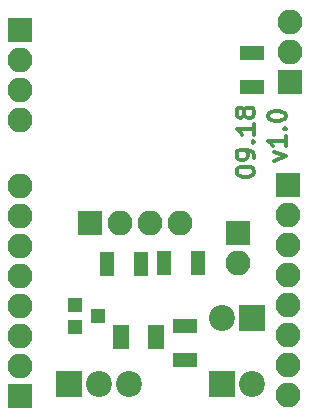
<source format=gts>
G04 #@! TF.FileFunction,Soldermask,Top*
%FSLAX46Y46*%
G04 Gerber Fmt 4.6, Leading zero omitted, Abs format (unit mm)*
G04 Created by KiCad (PCBNEW 4.0.7) date Sun Jul 15 15:44:11 2018*
%MOMM*%
%LPD*%
G01*
G04 APERTURE LIST*
%ADD10C,0.100000*%
%ADD11C,0.300000*%
%ADD12R,1.400000X2.000000*%
%ADD13R,2.200000X2.200000*%
%ADD14C,2.200000*%
%ADD15R,1.300000X1.200000*%
%ADD16R,1.300000X2.100000*%
%ADD17R,2.100000X1.300000*%
%ADD18R,2.100000X2.100000*%
%ADD19O,2.100000X2.100000*%
G04 APERTURE END LIST*
D10*
D11*
X195512571Y-98218356D02*
X196512571Y-97861213D01*
X195512571Y-97504071D01*
X196512571Y-96146928D02*
X196512571Y-97004071D01*
X196512571Y-96575499D02*
X195012571Y-96575499D01*
X195226857Y-96718356D01*
X195369714Y-96861214D01*
X195441143Y-97004071D01*
X196369714Y-95504071D02*
X196441143Y-95432643D01*
X196512571Y-95504071D01*
X196441143Y-95575500D01*
X196369714Y-95504071D01*
X196512571Y-95504071D01*
X195012571Y-94504071D02*
X195012571Y-94361214D01*
X195084000Y-94218357D01*
X195155429Y-94146928D01*
X195298286Y-94075499D01*
X195584000Y-94004071D01*
X195941143Y-94004071D01*
X196226857Y-94075499D01*
X196369714Y-94146928D01*
X196441143Y-94218357D01*
X196512571Y-94361214D01*
X196512571Y-94504071D01*
X196441143Y-94646928D01*
X196369714Y-94718357D01*
X196226857Y-94789785D01*
X195941143Y-94861214D01*
X195584000Y-94861214D01*
X195298286Y-94789785D01*
X195155429Y-94718357D01*
X195084000Y-94646928D01*
X195012571Y-94504071D01*
X192345571Y-99218428D02*
X192345571Y-99075571D01*
X192417000Y-98932714D01*
X192488429Y-98861285D01*
X192631286Y-98789856D01*
X192917000Y-98718428D01*
X193274143Y-98718428D01*
X193559857Y-98789856D01*
X193702714Y-98861285D01*
X193774143Y-98932714D01*
X193845571Y-99075571D01*
X193845571Y-99218428D01*
X193774143Y-99361285D01*
X193702714Y-99432714D01*
X193559857Y-99504142D01*
X193274143Y-99575571D01*
X192917000Y-99575571D01*
X192631286Y-99504142D01*
X192488429Y-99432714D01*
X192417000Y-99361285D01*
X192345571Y-99218428D01*
X193845571Y-98004143D02*
X193845571Y-97718428D01*
X193774143Y-97575571D01*
X193702714Y-97504143D01*
X193488429Y-97361285D01*
X193202714Y-97289857D01*
X192631286Y-97289857D01*
X192488429Y-97361285D01*
X192417000Y-97432714D01*
X192345571Y-97575571D01*
X192345571Y-97861285D01*
X192417000Y-98004143D01*
X192488429Y-98075571D01*
X192631286Y-98147000D01*
X192988429Y-98147000D01*
X193131286Y-98075571D01*
X193202714Y-98004143D01*
X193274143Y-97861285D01*
X193274143Y-97575571D01*
X193202714Y-97432714D01*
X193131286Y-97361285D01*
X192988429Y-97289857D01*
X193702714Y-96647000D02*
X193774143Y-96575572D01*
X193845571Y-96647000D01*
X193774143Y-96718429D01*
X193702714Y-96647000D01*
X193845571Y-96647000D01*
X193845571Y-95147000D02*
X193845571Y-96004143D01*
X193845571Y-95575571D02*
X192345571Y-95575571D01*
X192559857Y-95718428D01*
X192702714Y-95861286D01*
X192774143Y-96004143D01*
X192988429Y-94289857D02*
X192917000Y-94432715D01*
X192845571Y-94504143D01*
X192702714Y-94575572D01*
X192631286Y-94575572D01*
X192488429Y-94504143D01*
X192417000Y-94432715D01*
X192345571Y-94289857D01*
X192345571Y-94004143D01*
X192417000Y-93861286D01*
X192488429Y-93789857D01*
X192631286Y-93718429D01*
X192702714Y-93718429D01*
X192845571Y-93789857D01*
X192917000Y-93861286D01*
X192988429Y-94004143D01*
X192988429Y-94289857D01*
X193059857Y-94432715D01*
X193131286Y-94504143D01*
X193274143Y-94575572D01*
X193559857Y-94575572D01*
X193702714Y-94504143D01*
X193774143Y-94432715D01*
X193845571Y-94289857D01*
X193845571Y-94004143D01*
X193774143Y-93861286D01*
X193702714Y-93789857D01*
X193559857Y-93718429D01*
X193274143Y-93718429D01*
X193131286Y-93789857D01*
X193059857Y-93861286D01*
X192988429Y-94004143D01*
D12*
X185523000Y-113157000D03*
X182523000Y-113157000D03*
D13*
X191135000Y-117094000D03*
D14*
X193675000Y-117094000D03*
D15*
X178641500Y-110429000D03*
X178641500Y-112329000D03*
X180641500Y-111379000D03*
D16*
X189092500Y-106870500D03*
X186192500Y-106870500D03*
D17*
X187960000Y-115115000D03*
X187960000Y-112215000D03*
D18*
X192468500Y-104330500D03*
D19*
X192468500Y-106870500D03*
D16*
X181366500Y-106997500D03*
X184266500Y-106997500D03*
D13*
X178181000Y-117094000D03*
D14*
X180721000Y-117094000D03*
X183261000Y-117094000D03*
D13*
X193675000Y-111506000D03*
D14*
X191135000Y-111506000D03*
D17*
X193675000Y-92001000D03*
X193675000Y-89101000D03*
D18*
X173990000Y-87185500D03*
D19*
X173990000Y-89725500D03*
X173990000Y-92265500D03*
X173990000Y-94805500D03*
D18*
X179959000Y-103505000D03*
D19*
X182499000Y-103505000D03*
X185039000Y-103505000D03*
X187579000Y-103505000D03*
D18*
X196850000Y-91567000D03*
D19*
X196850000Y-89027000D03*
X196850000Y-86487000D03*
D18*
X196659500Y-100266500D03*
D19*
X196659500Y-102806500D03*
X196659500Y-105346500D03*
X196659500Y-107886500D03*
X196659500Y-110426500D03*
X196659500Y-112966500D03*
X196659500Y-115506500D03*
X196659500Y-118046500D03*
D18*
X173990000Y-118110000D03*
D19*
X173990000Y-115570000D03*
X173990000Y-113030000D03*
X173990000Y-110490000D03*
X173990000Y-107950000D03*
X173990000Y-105410000D03*
X173990000Y-102870000D03*
X173990000Y-100330000D03*
M02*

</source>
